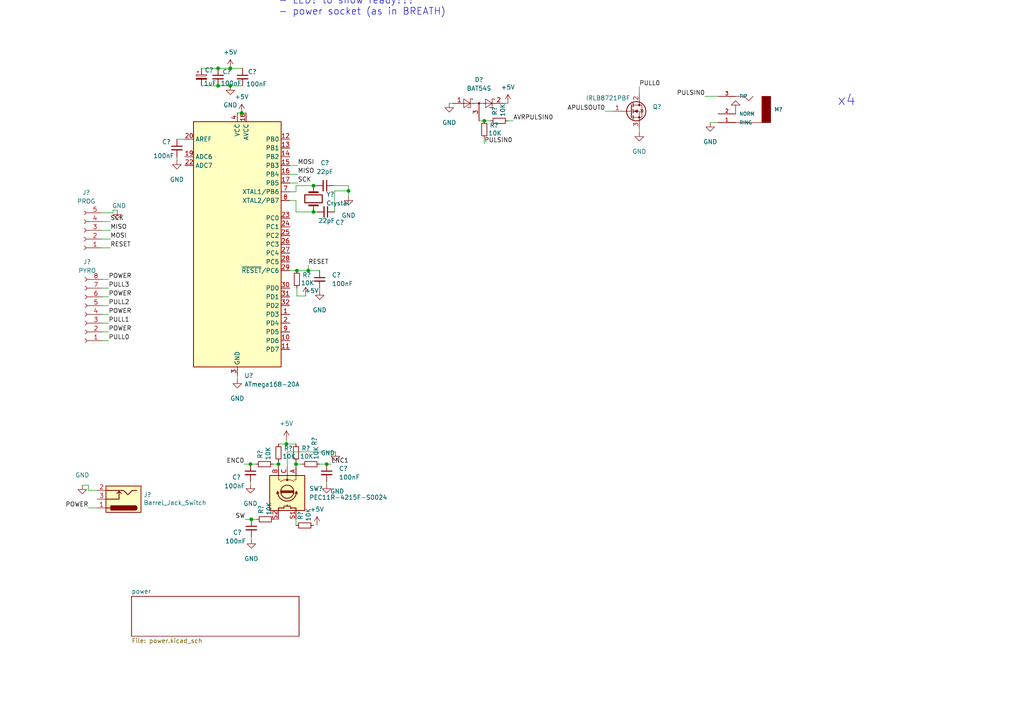
<source format=kicad_sch>
(kicad_sch (version 20211123) (generator eeschema)
  (paper "A4")
  (lib_symbols
    (symbol "Connector:Conn_01x05_Female" (pin_names (offset 1.016) hide)
      (property "Reference" "J" (at 0 7.62 0))
      (property "Value" "Conn_01x05_Female" (at 0 -7.62 0))
      (symbol "Conn_01x05_Female_1_1"
        (arc (start 0 -4.572) (mid -0.508 -5.08) (end 0 -5.588) (stroke (width 0.1524)))
        (arc (start 0 -2.032) (mid -0.508 -2.54) (end 0 -3.048) (stroke (width 0.1524)))
        (polyline (pts (xy -1.27 -5.08) (xy -0.508 -5.08)) (stroke (width 0.1524)))
        (polyline (pts (xy -1.27 -2.54) (xy -0.508 -2.54)) (stroke (width 0.1524)))
        (polyline (pts (xy -1.27 0) (xy -0.508 0)) (stroke (width 0.1524)))
        (polyline (pts (xy -1.27 2.54) (xy -0.508 2.54)) (stroke (width 0.1524)))
        (polyline (pts (xy -1.27 5.08) (xy -0.508 5.08)) (stroke (width 0.1524)))
        (arc (start 0 0.508) (mid -0.508 0) (end 0 -0.508) (stroke (width 0.1524)))
        (arc (start 0 3.048) (mid -0.508 2.54) (end 0 2.032) (stroke (width 0.1524)))
        (arc (start 0 5.588) (mid -0.508 5.08) (end 0 4.572) (stroke (width 0.1524)))
        (pin passive line (at -5.08 5.08 0) (length 3.81) (name "Pin_1") (number "1"))
        (pin passive line (at -5.08 2.54 0) (length 3.81) (name "Pin_2") (number "2"))
        (pin passive line (at -5.08 0 0) (length 3.81) (name "Pin_3") (number "3"))
        (pin passive line (at -5.08 -2.54 0) (length 3.81) (name "Pin_4") (number "4"))
        (pin passive line (at -5.08 -5.08 0) (length 3.81) (name "Pin_5") (number "5"))
      )
    )
    (symbol "Connector:Conn_01x08_Female" (pin_names (offset 1.016) hide)
      (property "Reference" "J" (at 0 10.16 0))
      (property "Value" "Conn_01x08_Female" (at 0 -12.7 0))
      (symbol "Conn_01x08_Female_1_1"
        (arc (start 0 -9.652) (mid -0.508 -10.16) (end 0 -10.668) (stroke (width 0.1524)))
        (arc (start 0 -7.112) (mid -0.508 -7.62) (end 0 -8.128) (stroke (width 0.1524)))
        (arc (start 0 -4.572) (mid -0.508 -5.08) (end 0 -5.588) (stroke (width 0.1524)))
        (arc (start 0 -2.032) (mid -0.508 -2.54) (end 0 -3.048) (stroke (width 0.1524)))
        (polyline (pts (xy -1.27 -10.16) (xy -0.508 -10.16)) (stroke (width 0.1524)))
        (polyline (pts (xy -1.27 -7.62) (xy -0.508 -7.62)) (stroke (width 0.1524)))
        (polyline (pts (xy -1.27 -5.08) (xy -0.508 -5.08)) (stroke (width 0.1524)))
        (polyline (pts (xy -1.27 -2.54) (xy -0.508 -2.54)) (stroke (width 0.1524)))
        (polyline (pts (xy -1.27 0) (xy -0.508 0)) (stroke (width 0.1524)))
        (polyline (pts (xy -1.27 2.54) (xy -0.508 2.54)) (stroke (width 0.1524)))
        (polyline (pts (xy -1.27 5.08) (xy -0.508 5.08)) (stroke (width 0.1524)))
        (polyline (pts (xy -1.27 7.62) (xy -0.508 7.62)) (stroke (width 0.1524)))
        (arc (start 0 0.508) (mid -0.508 0) (end 0 -0.508) (stroke (width 0.1524)))
        (arc (start 0 3.048) (mid -0.508 2.54) (end 0 2.032) (stroke (width 0.1524)))
        (arc (start 0 5.588) (mid -0.508 5.08) (end 0 4.572) (stroke (width 0.1524)))
        (arc (start 0 8.128) (mid -0.508 7.62) (end 0 7.112) (stroke (width 0.1524)))
        (pin passive line (at -5.08 7.62 0) (length 3.81) (name "Pin_1") (number "1"))
        (pin passive line (at -5.08 5.08 0) (length 3.81) (name "Pin_2") (number "2"))
        (pin passive line (at -5.08 2.54 0) (length 3.81) (name "Pin_3") (number "3"))
        (pin passive line (at -5.08 0 0) (length 3.81) (name "Pin_4") (number "4"))
        (pin passive line (at -5.08 -2.54 0) (length 3.81) (name "Pin_5") (number "5"))
        (pin passive line (at -5.08 -5.08 0) (length 3.81) (name "Pin_6") (number "6"))
        (pin passive line (at -5.08 -7.62 0) (length 3.81) (name "Pin_7") (number "7"))
        (pin passive line (at -5.08 -10.16 0) (length 3.81) (name "Pin_8") (number "8"))
      )
    )
    (symbol "Device:C_Polarized_Small" (pin_numbers hide) (pin_names (offset 0.254) hide)
      (property "Reference" "C" (at 0.254 1.778 0))
      (property "Value" "C_Polarized_Small" (at 0.254 -2.032 0))
      (symbol "C_Polarized_Small_0_1"
        (rectangle (start -1.524 -0.3048) (end 1.524 -0.6858) (fill (type outline)))
        (rectangle (start -1.524 0.6858) (end 1.524 0.3048))
        (polyline (pts (xy -1.27 1.524) (xy -0.762 1.524)))
        (polyline (pts (xy -1.016 1.27) (xy -1.016 1.778)))
      )
      (symbol "C_Polarized_Small_1_1"
        (pin passive line (at 0 2.54 270) (length 1.8542) (name "~") (number "1"))
        (pin passive line (at 0 -2.54 90) (length 1.8542) (name "~") (number "2"))
      )
    )
    (symbol "Device:C_Small" (pin_numbers hide) (pin_names (offset 0.254) hide)
      (property "Reference" "C" (at 0.254 1.778 0))
      (property "Value" "C_Small" (at 0.254 -2.032 0))
      (symbol "C_Small_0_1"
        (polyline (pts (xy -1.524 -0.508) (xy 1.524 -0.508)) (stroke (width 0.3302)))
        (polyline (pts (xy -1.524 0.508) (xy 1.524 0.508)) (stroke (width 0.3048)))
      )
      (symbol "C_Small_1_1"
        (pin passive line (at 0 2.54 270) (length 2.032) (name "~") (number "1"))
        (pin passive line (at 0 -2.54 90) (length 2.032) (name "~") (number "2"))
      )
    )
    (symbol "Device:Crystal" (pin_numbers hide) (pin_names (offset 1.016) hide)
      (property "Reference" "Y" (at 0 3.81 0))
      (property "Value" "Crystal" (at 0 -3.81 0))
      (symbol "Crystal_0_1"
        (rectangle (start -1.143 2.54) (end 1.143 -2.54) (stroke (width 0.3048)))
        (polyline (pts (xy -2.54 0) (xy -1.905 0)))
        (polyline (pts (xy -1.905 -1.27) (xy -1.905 1.27)) (stroke (width 0.508)))
        (polyline (pts (xy 1.905 -1.27) (xy 1.905 1.27)) (stroke (width 0.508)))
        (polyline (pts (xy 2.54 0) (xy 1.905 0)))
      )
      (symbol "Crystal_1_1"
        (pin passive line (at -3.81 0 0) (length 1.27) (name "1") (number "1"))
        (pin passive line (at 3.81 0 180) (length 1.27) (name "2") (number "2"))
      )
    )
    (symbol "Device:R_Small" (pin_numbers hide) (pin_names (offset 0.254) hide)
      (property "Reference" "R" (at 0.762 0.508 0))
      (property "Value" "R_Small" (at 0.762 -1.016 0))
      (symbol "R_Small_0_1"
        (rectangle (start -0.762 1.778) (end 0.762 -1.778) (stroke (width 0.2032)))
      )
      (symbol "R_Small_1_1"
        (pin passive line (at 0 2.54 270) (length 0.762) (name "~") (number "1"))
        (pin passive line (at 0 -2.54 90) (length 0.762) (name "~") (number "2"))
      )
    )
    (symbol "Device:RotaryEncoder_Switch" (pin_names (offset 0.254) hide)
      (property "Reference" "SW" (at 0 6.604 0))
      (property "Value" "RotaryEncoder_Switch" (at 0 -6.604 0))
      (symbol "RotaryEncoder_Switch_0_1"
        (rectangle (start -5.08 5.08) (end 5.08 -5.08) (stroke (width 0.254)) (fill (type background)))
        (circle (center -3.81 0) (radius 0.254) (fill (type outline)))
        (arc (start -0.381 -2.794) (mid 2.3622 -0.0508) (end -0.381 2.667) (stroke (width 0.254)))
        (circle (center -0.381 0) (radius 1.905) (stroke (width 0.254)))
        (polyline (pts (xy -0.635 -1.778) (xy -0.635 1.778)) (stroke (width 0.254)))
        (polyline (pts (xy -0.381 -1.778) (xy -0.381 1.778)) (stroke (width 0.254)))
        (polyline (pts (xy -0.127 1.778) (xy -0.127 -1.778)) (stroke (width 0.254)))
        (polyline (pts (xy 3.81 0) (xy 3.429 0)) (stroke (width 0.254)))
        (polyline (pts (xy 3.81 1.016) (xy 3.81 -1.016)) (stroke (width 0.254)))
        (polyline (pts (xy -5.08 -2.54) (xy -3.81 -2.54) (xy -3.81 -2.032)))
        (polyline (pts (xy -5.08 2.54) (xy -3.81 2.54) (xy -3.81 2.032)))
        (polyline (pts (xy 0.254 -3.048) (xy -0.508 -2.794) (xy 0.127 -2.413)) (stroke (width 0.254)))
        (polyline (pts (xy 0.254 2.921) (xy -0.508 2.667) (xy 0.127 2.286)) (stroke (width 0.254)))
        (polyline (pts (xy 5.08 -2.54) (xy 4.318 -2.54) (xy 4.318 -1.016)) (stroke (width 0.254)))
        (polyline (pts (xy 5.08 2.54) (xy 4.318 2.54) (xy 4.318 1.016)) (stroke (width 0.254)))
        (polyline (pts (xy -5.08 0) (xy -3.81 0) (xy -3.81 -1.016) (xy -3.302 -2.032)))
        (polyline (pts (xy -4.318 0) (xy -3.81 0) (xy -3.81 1.016) (xy -3.302 2.032)))
        (circle (center 4.318 -1.016) (radius 0.127) (stroke (width 0.254)))
        (circle (center 4.318 1.016) (radius 0.127) (stroke (width 0.254)))
      )
      (symbol "RotaryEncoder_Switch_1_1"
        (pin passive line (at -7.62 2.54 0) (length 2.54) (name "A") (number "A"))
        (pin passive line (at -7.62 -2.54 0) (length 2.54) (name "B") (number "B"))
        (pin passive line (at -7.62 0 0) (length 2.54) (name "C") (number "C"))
        (pin passive line (at 7.62 2.54 180) (length 2.54) (name "S1") (number "S1"))
        (pin passive line (at 7.62 -2.54 180) (length 2.54) (name "S2") (number "S2"))
      )
    )
    (symbol "Diode:BAT54S" (pin_names (offset 1.016))
      (property "Reference" "D" (at 0.635 -3.81 0))
      (property "Value" "BAT54S" (at -6.35 3.175 0))
      (symbol "BAT54S_0_1"
        (polyline (pts (xy -3.81 0) (xy -1.27 0)))
        (polyline (pts (xy -3.175 -1.27) (xy -3.175 -1.016)))
        (polyline (pts (xy -2.54 -1.27) (xy -3.175 -1.27)))
        (polyline (pts (xy -2.54 -1.27) (xy -2.54 1.27)))
        (polyline (pts (xy -2.54 1.27) (xy -1.905 1.27)))
        (polyline (pts (xy -1.905 0) (xy 1.905 0)))
        (polyline (pts (xy -1.905 1.27) (xy -1.905 1.016)))
        (polyline (pts (xy 1.27 0) (xy 3.81 0)))
        (polyline (pts (xy 3.175 -1.27) (xy 3.175 -1.016)))
        (polyline (pts (xy 3.81 -1.27) (xy 3.175 -1.27)))
        (polyline (pts (xy 3.81 -1.27) (xy 3.81 1.27)))
        (polyline (pts (xy 3.81 1.27) (xy 4.445 1.27)))
        (polyline (pts (xy 4.445 1.27) (xy 4.445 1.016)))
        (polyline (pts (xy -4.445 1.27) (xy -4.445 -1.27) (xy -2.54 0) (xy -4.445 1.27)))
        (polyline (pts (xy 1.905 1.27) (xy 1.905 -1.27) (xy 3.81 0) (xy 1.905 1.27)))
        (circle (center 0 0) (radius 0.254) (fill (type outline)))
      )
      (symbol "BAT54S_1_1"
        (pin passive line (at -7.62 0 0) (length 3.81) (name "~") (number "1"))
        (pin passive line (at 7.62 0 180) (length 3.81) (name "~") (number "2"))
        (pin passive line (at 0 -5.08 90) (length 5.08) (name "~") (number "3"))
      )
    )
    (symbol "MCU_Microchip_ATmega:ATmega168-20A"
      (property "Reference" "U" (at -12.7 36.83 0))
      (property "Value" "ATmega168-20A" (at 2.54 -36.83 0))
      (symbol "ATmega168-20A_0_1"
        (rectangle (start -12.7 -35.56) (end 12.7 35.56) (stroke (width 0.254)) (fill (type background)))
      )
      (symbol "ATmega168-20A_1_1"
        (pin bidirectional line (at 15.24 -20.32 180) (length 2.54) (name "PD3") (number "1"))
        (pin bidirectional line (at 15.24 -27.94 180) (length 2.54) (name "PD6") (number "10"))
        (pin bidirectional line (at 15.24 -30.48 180) (length 2.54) (name "PD7") (number "11"))
        (pin bidirectional line (at 15.24 30.48 180) (length 2.54) (name "PB0") (number "12"))
        (pin bidirectional line (at 15.24 27.94 180) (length 2.54) (name "PB1") (number "13"))
        (pin bidirectional line (at 15.24 25.4 180) (length 2.54) (name "PB2") (number "14"))
        (pin bidirectional line (at 15.24 22.86 180) (length 2.54) (name "PB3") (number "15"))
        (pin bidirectional line (at 15.24 20.32 180) (length 2.54) (name "PB4") (number "16"))
        (pin bidirectional line (at 15.24 17.78 180) (length 2.54) (name "PB5") (number "17"))
        (pin power_in line (at 2.54 38.1 270) (length 2.54) (name "AVCC") (number "18"))
        (pin input line (at -15.24 25.4 0) (length 2.54) (name "ADC6") (number "19"))
        (pin bidirectional line (at 15.24 -22.86 180) (length 2.54) (name "PD4") (number "2"))
        (pin passive line (at -15.24 30.48 0) (length 2.54) (name "AREF") (number "20"))
        (pin passive line (at 0 -38.1 90) (length 2.54) hide (name "GND") (number "21"))
        (pin input line (at -15.24 22.86 0) (length 2.54) (name "ADC7") (number "22"))
        (pin bidirectional line (at 15.24 7.62 180) (length 2.54) (name "PC0") (number "23"))
        (pin bidirectional line (at 15.24 5.08 180) (length 2.54) (name "PC1") (number "24"))
        (pin bidirectional line (at 15.24 2.54 180) (length 2.54) (name "PC2") (number "25"))
        (pin bidirectional line (at 15.24 0 180) (length 2.54) (name "PC3") (number "26"))
        (pin bidirectional line (at 15.24 -2.54 180) (length 2.54) (name "PC4") (number "27"))
        (pin bidirectional line (at 15.24 -5.08 180) (length 2.54) (name "PC5") (number "28"))
        (pin bidirectional line (at 15.24 -7.62 180) (length 2.54) (name "~{RESET}/PC6") (number "29"))
        (pin power_in line (at 0 -38.1 90) (length 2.54) (name "GND") (number "3"))
        (pin bidirectional line (at 15.24 -12.7 180) (length 2.54) (name "PD0") (number "30"))
        (pin bidirectional line (at 15.24 -15.24 180) (length 2.54) (name "PD1") (number "31"))
        (pin bidirectional line (at 15.24 -17.78 180) (length 2.54) (name "PD2") (number "32"))
        (pin power_in line (at 0 38.1 270) (length 2.54) (name "VCC") (number "4"))
        (pin passive line (at 0 -38.1 90) (length 2.54) hide (name "GND") (number "5"))
        (pin passive line (at 0 38.1 270) (length 2.54) hide (name "VCC") (number "6"))
        (pin bidirectional line (at 15.24 15.24 180) (length 2.54) (name "XTAL1/PB6") (number "7"))
        (pin bidirectional line (at 15.24 12.7 180) (length 2.54) (name "XTAL2/PB7") (number "8"))
        (pin bidirectional line (at 15.24 -25.4 180) (length 2.54) (name "PD5") (number "9"))
      )
    )
    (symbol "Transistor_FET:IRLB8721PBF" (pin_names hide)
      (property "Reference" "Q" (at 6.35 1.905 0))
      (property "Value" "IRLB8721PBF" (at 6.35 0 0))
      (symbol "IRLB8721PBF_0_1"
        (polyline (pts (xy 0.254 0) (xy -2.54 0)))
        (polyline (pts (xy 0.254 1.905) (xy 0.254 -1.905)) (stroke (width 0.254)))
        (polyline (pts (xy 0.762 -1.27) (xy 0.762 -2.286)) (stroke (width 0.254)))
        (polyline (pts (xy 0.762 0.508) (xy 0.762 -0.508)) (stroke (width 0.254)))
        (polyline (pts (xy 0.762 2.286) (xy 0.762 1.27)) (stroke (width 0.254)))
        (polyline (pts (xy 2.54 2.54) (xy 2.54 1.778)))
        (polyline (pts (xy 2.54 -2.54) (xy 2.54 0) (xy 0.762 0)))
        (polyline (pts (xy 0.762 -1.778) (xy 3.302 -1.778) (xy 3.302 1.778) (xy 0.762 1.778)))
        (polyline (pts (xy 1.016 0) (xy 2.032 0.381) (xy 2.032 -0.381) (xy 1.016 0)) (fill (type outline)))
        (polyline (pts (xy 2.794 0.508) (xy 2.921 0.381) (xy 3.683 0.381) (xy 3.81 0.254)))
        (polyline (pts (xy 3.302 0.381) (xy 2.921 -0.254) (xy 3.683 -0.254) (xy 3.302 0.381)))
        (circle (center 1.651 0) (radius 2.794) (stroke (width 0.254)))
        (circle (center 2.54 -1.778) (radius 0.254) (fill (type outline)))
        (circle (center 2.54 1.778) (radius 0.254) (fill (type outline)))
      )
      (symbol "IRLB8721PBF_1_1"
        (pin input line (at -5.08 0 0) (length 2.54) (name "G") (number "1"))
        (pin passive line (at 2.54 5.08 270) (length 2.54) (name "D") (number "2"))
        (pin passive line (at 2.54 -5.08 90) (length 2.54) (name "S") (number "3"))
      )
    )
    (symbol "breath-rescue:Barrel_Jack_Switch-Connector" (pin_names hide)
      (property "Reference" "J" (at 0 5.334 0))
      (property "Value" "Barrel_Jack_Switch-Connector" (at 0 -5.08 0))
      (symbol "Barrel_Jack_Switch-Connector_0_1"
        (rectangle (start -5.08 3.81) (end 5.08 -3.81) (stroke (width 0.254)) (fill (type background)))
        (arc (start -3.302 3.175) (mid -3.937 2.54) (end -3.302 1.905) (stroke (width 0.254)))
        (arc (start -3.302 3.175) (mid -3.937 2.54) (end -3.302 1.905) (stroke (width 0.254)) (fill (type outline)))
        (polyline (pts (xy 1.27 -2.286) (xy 1.905 -1.651)) (stroke (width 0.254)))
        (polyline (pts (xy 5.08 2.54) (xy 3.81 2.54)) (stroke (width 0.254)))
        (polyline (pts (xy 5.08 0) (xy 1.27 0) (xy 1.27 -2.286) (xy 0.635 -1.651)) (stroke (width 0.254)))
        (polyline (pts (xy -3.81 -2.54) (xy -2.54 -2.54) (xy -1.27 -1.27) (xy 0 -2.54) (xy 2.54 -2.54) (xy 5.08 -2.54)) (stroke (width 0.254)))
        (rectangle (start 3.683 3.175) (end -3.302 1.905) (stroke (width 0.254)) (fill (type outline)))
      )
      (symbol "Barrel_Jack_Switch-Connector_1_1"
        (pin passive line (at 7.62 2.54 180) (length 2.54) (name "~") (number "1"))
        (pin passive line (at 7.62 -2.54 180) (length 2.54) (name "~") (number "2"))
        (pin passive line (at 7.62 0 180) (length 2.54) (name "~") (number "3"))
      )
    )
    (symbol "breath-rescue:GND-power" (power) (pin_names (offset 0))
      (property "Value" "GND-power" (at 0 -3.81 0))
      (symbol "GND-power_0_1"
        (polyline (pts (xy 0 0) (xy 0 -1.27) (xy 1.27 -1.27) (xy 0 -2.54) (xy -1.27 -1.27) (xy 0 -1.27)))
      )
      (symbol "GND-power_1_1"
        (pin power_in line (at 0 0 270) (length 0) hide (name "GND") (number "1"))
      )
    )
    (symbol "power:+5V" (power) (pin_names (offset 0))
      (property "Value" "+5V" (at 0 3.556 0))
      (symbol "+5V_0_1"
        (polyline (pts (xy -0.762 1.27) (xy 0 2.54)))
        (polyline (pts (xy 0 0) (xy 0 2.54)))
        (polyline (pts (xy 0 2.54) (xy 0.762 1.27)))
      )
      (symbol "+5V_1_1"
        (pin power_in line (at 0 0 90) (length 0) hide (name "+5V") (number "1"))
      )
    )
    (symbol "power:GND" (power) (pin_names (offset 0))
      (property "Value" "GND" (at 0 -3.81 0))
      (symbol "GND_0_1"
        (polyline (pts (xy 0 0) (xy 0 -1.27) (xy 1.27 -1.27) (xy 0 -2.54) (xy -1.27 -1.27) (xy 0 -1.27)))
      )
      (symbol "GND_1_1"
        (pin power_in line (at 0 0 270) (length 0) hide (name "GND") (number "1"))
      )
    )
    (symbol "toad2-rescue:AUDIO-JACKERTHENVAR-PJ398-allcolours-rescue" (pin_names (offset 1.016))
      (property "Reference" "M?" (at -1.27 4.572 0))
      (symbol "AUDIO-JACKERTHENVAR-PJ398-allcolours-rescue_1_0"
        (polyline (pts (xy -5.08 2.54) (xy 5.08 2.54)))
        (polyline (pts (xy -2.54 -5.08) (xy -1.27 -3.81)))
        (polyline (pts (xy -1.27 -3.81) (xy 0 -5.08)))
        (polyline (pts (xy 0 -5.08) (xy 5.08 -5.08)))
        (polyline (pts (xy 1.27 -2.54) (xy 2.54 -2.54)))
        (polyline (pts (xy 2.54 -3.81) (xy 1.27 -2.54)))
        (polyline (pts (xy 2.54 -2.54) (xy 2.54 0)))
        (polyline (pts (xy 2.54 -2.54) (xy 3.81 -2.54)))
        (polyline (pts (xy 3.81 -2.54) (xy 2.54 -3.81)))
        (polyline (pts (xy 5.08 0) (xy 2.54 0)))
      )
      (symbol "AUDIO-JACKERTHENVAR-PJ398-allcolours-rescue_1_1"
        (rectangle (start -7.62 -5.08) (end -5.08 2.54) (fill (type outline)))
        (pin bidirectional line (at 7.62 2.54 180) (length 5.08) (name "RING") (number "1"))
        (pin bidirectional line (at 7.62 0 180) (length 5.08) (name "NORM") (number "2"))
        (pin bidirectional line (at 7.62 -5.08 180) (length 5.08) (name "TIP") (number "3"))
      )
    )
  )
  (junction (at 72.644 134.62))
  (junction (at 80.772 134.62))
  (junction (at 66.802 19.812))
  (junction (at 70.104 32.766))
  (junction (at 101.092 55.372))
  (junction (at 63.246 19.812))
  (junction (at 83.058 128.778))
  (junction (at 90.932 53.848))
  (junction (at 63.246 24.892))
  (junction (at 66.802 24.892))
  (junction (at 89.408 78.486))
  (junction (at 86.106 78.486))
  (junction (at 94.742 134.62))
  (junction (at 90.932 61.468))
  (junction (at 72.898 150.622))
  (junction (at 85.852 134.62))
  (junction (at 140.462 35.052))
  (wire (pts (xy 70.104 32.766) (xy 71.374 32.766)))
  (wire (pts (xy 29.718 91.186) (xy 31.496 91.186)))
  (wire (pts (xy 85.852 58.166) (xy 85.852 61.468)))
  (wire (pts (xy 66.802 24.892) (xy 70.358 24.892)))
  (wire (pts (xy 51.308 40.386) (xy 53.594 40.386)))
  (wire (pts (xy 86.106 78.486) (xy 89.408 78.486)))
  (wire (pts (xy 90.932 53.848) (xy 85.852 53.848)))
  (wire (pts (xy 86.106 85.852) (xy 88.646 85.852)))
  (wire (pts (xy 80.772 134.62) (xy 80.772 135.382)))
  (wire (pts (xy 51.308 45.466) (xy 51.308 46.482)))
  (wire (pts (xy 68.834 32.766) (xy 70.104 32.766)))
  (wire (pts (xy 58.42 19.812) (xy 63.246 19.812)))
  (wire (pts (xy 79.248 134.62) (xy 80.772 134.62)))
  (wire (pts (xy 92.71 134.62) (xy 94.742 134.62)))
  (wire (pts (xy 96.774 53.848) (xy 101.092 53.848)))
  (wire (pts (xy 92.71 83.566) (xy 92.71 84.328)))
  (wire (pts (xy 25.654 142.24) (xy 28.194 142.24)))
  (wire (pts (xy 70.866 134.62) (xy 72.644 134.62)))
  (wire (pts (xy 29.718 93.726) (xy 31.496 93.726)))
  (wire (pts (xy 85.852 53.848) (xy 85.852 55.626)))
  (wire (pts (xy 101.092 53.848) (xy 101.092 55.372)))
  (wire (pts (xy 90.932 53.848) (xy 91.694 53.848)))
  (wire (pts (xy 89.408 76.962) (xy 89.408 78.486)))
  (wire (pts (xy 29.718 98.806) (xy 31.496 98.806)))
  (wire (pts (xy 25.654 140.716) (xy 25.654 142.24)))
  (wire (pts (xy 84.074 58.166) (xy 85.852 58.166)))
  (wire (pts (xy 83.058 127.508) (xy 83.058 128.778)))
  (wire (pts (xy 72.644 139.7) (xy 72.644 140.462)))
  (wire (pts (xy 80.772 133.858) (xy 80.772 134.62)))
  (wire (pts (xy 85.852 55.626) (xy 84.074 55.626)))
  (wire (pts (xy 94.742 134.62) (xy 96.012 134.62)))
  (wire (pts (xy 101.092 55.372) (xy 101.092 56.896)))
  (wire (pts (xy 80.772 128.778) (xy 83.058 128.778)))
  (wire (pts (xy 97.028 55.372) (xy 101.092 55.372)))
  (wire (pts (xy 63.246 24.892) (xy 66.802 24.892)))
  (wire (pts (xy 29.718 88.646) (xy 31.496 88.646)))
  (wire (pts (xy 68.834 108.966) (xy 68.834 109.982)))
  (wire (pts (xy 85.852 134.62) (xy 85.852 135.382)))
  (wire (pts (xy 85.852 133.858) (xy 85.852 134.62)))
  (wire (pts (xy 89.408 78.486) (xy 92.71 78.486)))
  (wire (pts (xy 138.938 35.052) (xy 140.462 35.052)))
  (wire (pts (xy 85.852 134.62) (xy 87.63 134.62)))
  (wire (pts (xy 63.246 19.812) (xy 66.802 19.812)))
  (wire (pts (xy 94.742 139.7) (xy 94.742 140.462)))
  (wire (pts (xy 29.464 64.262) (xy 32.004 64.262)))
  (wire (pts (xy 72.898 150.622) (xy 74.422 150.622)))
  (wire (pts (xy 29.464 69.342) (xy 32.004 69.342)))
  (wire (pts (xy 97.028 61.468) (xy 97.028 55.372)))
  (wire (pts (xy 32.766 60.96) (xy 34.036 60.96)))
  (wire (pts (xy 84.074 48.006) (xy 86.36 48.006)))
  (wire (pts (xy 84.074 53.086) (xy 86.36 53.086)))
  (wire (pts (xy 25.654 147.32) (xy 28.194 147.32)))
  (wire (pts (xy 29.464 61.722) (xy 32.766 61.722)))
  (wire (pts (xy 66.802 19.812) (xy 70.358 19.812)))
  (wire (pts (xy 79.502 150.622) (xy 80.772 150.622)))
  (wire (pts (xy 185.42 37.338) (xy 185.42 38.354)))
  (wire (pts (xy 29.718 86.106) (xy 31.496 86.106)))
  (wire (pts (xy 205.994 35.56) (xy 208.28 35.56)))
  (wire (pts (xy 84.074 50.546) (xy 86.36 50.546)))
  (wire (pts (xy 84.074 78.486) (xy 86.106 78.486)))
  (wire (pts (xy 147.32 35.052) (xy 148.844 35.052)))
  (wire (pts (xy 185.42 25.146) (xy 185.42 27.178)))
  (wire (pts (xy 83.312 131.064) (xy 97.282 131.064)))
  (wire (pts (xy 29.464 66.802) (xy 32.004 66.802)))
  (wire (pts (xy 58.42 24.892) (xy 63.246 24.892)))
  (wire (pts (xy 29.464 71.882) (xy 32.004 71.882)))
  (wire (pts (xy 85.852 150.622) (xy 85.852 152.4)))
  (wire (pts (xy 23.876 140.716) (xy 25.654 140.716)))
  (wire (pts (xy 90.932 61.468) (xy 91.948 61.468)))
  (wire (pts (xy 29.718 81.026) (xy 31.496 81.026)))
  (wire (pts (xy 140.462 35.052) (xy 142.24 35.052)))
  (wire (pts (xy 85.852 61.468) (xy 90.932 61.468)))
  (wire (pts (xy 72.644 134.62) (xy 74.168 134.62)))
  (wire (pts (xy 83.058 128.778) (xy 85.852 128.778)))
  (wire (pts (xy 140.462 40.132) (xy 140.462 41.656)))
  (wire (pts (xy 204.47 27.94) (xy 208.28 27.94)))
  (wire (pts (xy 32.766 61.722) (xy 32.766 60.96)))
  (wire (pts (xy 71.12 150.622) (xy 72.898 150.622)))
  (wire (pts (xy 72.898 155.702) (xy 72.898 156.464)))
  (wire (pts (xy 175.514 32.258) (xy 177.8 32.258)))
  (wire (pts (xy 29.718 96.266) (xy 31.496 96.266)))
  (wire (pts (xy 130.302 29.972) (xy 131.318 29.972)))
  (wire (pts (xy 86.106 83.566) (xy 86.106 85.852)))
  (wire (pts (xy 83.312 135.382) (xy 83.312 131.064)))
  (wire (pts (xy 29.718 83.566) (xy 31.496 83.566)))
  (wire (pts (xy 146.558 29.972) (xy 147.32 29.972)))
  (text "x4" (at 242.824 30.988 0) (effects (font (size 3 3)) (justify left bottom)))
  (text "- 10k pulldown on gates of FET\n- switch on encoder as arming?\n- LED? to show ready???\n- power socket (as in BREATH)" (at 80.772 4.6228 0) (effects (font (size 2 2)) (justify left bottom)))
  (label "APULSOUT0" (at 175.514 32.258 180))
  (label "POWER" (at 31.496 91.186 0))
  (label "MISO" (at 32.004 66.802 0))
  (label "SCK" (at 86.36 53.086 0))
  (label "POWER" (at 31.496 96.266 0))
  (label "RESET" (at 89.408 76.962 0))
  (label "POWER" (at 31.496 86.106 0))
  (label "PULL2" (at 31.496 88.646 0))
  (label "RESET" (at 32.004 71.882 0))
  (label "ENC0" (at 70.866 134.62 180))
  (label "ENC1" (at 96.012 134.62 0))
  (label "PULSIN0" (at 140.462 41.656 0))
  (label "SW" (at 71.12 150.622 180))
  (label "POWER" (at 31.496 81.026 0))
  (label "PULL3" (at 31.496 83.566 0))
  (label "SCK" (at 32.004 64.262 0))
  (label "POWER" (at 25.654 147.32 180))
  (label "MOSI" (at 32.004 69.342 0))
  (label "MISO" (at 86.36 50.546 0))
  (label "MOSI" (at 86.36 48.006 0))
  (label "PULL0" (at 185.42 25.146 0))
  (label "PULL1" (at 31.496 93.726 0))
  (label "PULSIN0" (at 204.47 27.94 180))
  (label "AVRPULSIN0" (at 148.844 35.052 0))
  (label "PULL0" (at 31.496 98.806 0))
  (symbol (lib_id "Device:R_Small") (at 85.852 131.318 0) (unit 1)
    (property "Reference" "R?" (at 87.4268 130.0479 0) (effects (justify left)))
    (property "Value" "10K" (at 86.995 132.3594 0) (effects (justify left)))
  )
  (symbol (lib_id "power:GND") (at 130.302 29.972 0) (unit 1)
    (property "Reference" "#PWR?" (effects hide))
    (property "Value" "GND" (at 130.302 35.56 0))
  )
  (symbol (lib_id "toad2-rescue:AUDIO-JACKERTHENVAR-PJ398-allcolours-rescue") (at 215.9 33.02 180) (unit 1)
    (property "Reference" "M?" (at 224.536 31.75 0) (effects (font (size 1.143 1.143)) (justify right)))
    (property "Value" "AUDIO-JACKERTHENVAR-PJ398-allcolours-rescue" (effects hide))
    (property "Footprint" "erthenvar_ERTHENVAR-JACK" (effects hide))
  )
  (symbol (lib_id "power:GND") (at 92.71 84.328 0) (unit 1)
    (property "Reference" "#PWR?" (effects hide))
    (property "Value" "GND" (at 92.71 89.916 0))
  )
  (symbol (lib_id "Device:R_Small") (at 140.462 37.592 0) (unit 1)
    (property "Reference" "R?" (at 142.0368 36.3219 0) (effects (justify left)))
    (property "Value" "10K" (at 141.605 38.6334 0) (effects (justify left)))
  )
  (symbol (lib_id "Device:R_Small") (at 86.106 81.026 0) (unit 1)
    (property "Reference" "R?" (at 87.6808 79.7559 0) (effects (justify left)))
    (property "Value" "10K" (at 87.249 82.0674 0) (effects (justify left)))
  )
  (symbol (lib_id "Device:C_Small") (at 92.71 81.026 0) (unit 1)
    (property "Reference" "C?" (at 96.266 79.7622 0) (effects (justify left)))
    (property "Value" "100nF" (at 96.266 82.3022 0) (effects (justify left)))
  )
  (symbol (lib_id "breath-rescue:GND-power") (at 23.876 140.716 0) (unit 1)
    (property "Reference" "#PWR?" (effects hide))
    (property "Value" "GND" (at 23.876 137.795 0))
  )
  (symbol (lib_id "Device:R_Small") (at 90.17 134.62 90) (unit 1)
    (property "Reference" "R?" (at 91.186 129.286 0) (effects (justify left)))
    (property "Value" "10K" (at 91.694 133.35 0) (effects (justify left)))
  )
  (symbol (lib_id "power:GND") (at 72.644 140.462 0) (unit 1)
    (property "Reference" "#PWR?" (effects hide))
    (property "Value" "GND" (at 72.644 146.05 0))
  )
  (symbol (lib_id "Device:C_Small") (at 94.234 53.848 270) (unit 1)
    (property "Reference" "C?" (at 94.2276 47.244 90))
    (property "Value" "22pF" (at 94.2276 49.784 90))
  )
  (symbol (lib_id "power:+5V") (at 70.104 32.766 0) (unit 1)
    (property "Reference" "#PWR?" (effects hide))
    (property "Value" "+5V" (at 70.104 28.0924 0))
  )
  (symbol (lib_id "Device:C_Small") (at 70.358 22.352 0) (unit 1)
    (property "Reference" "C?" (at 71.882 20.828 0) (effects (justify left)))
    (property "Value" "100nF" (at 71.374 24.384 0) (effects (justify left)))
  )
  (symbol (lib_id "MCU_Microchip_ATmega:ATmega168-20A") (at 68.834 70.866 0) (unit 1)
    (property "Reference" "U?" (at 70.8534 108.9406 0) (effects (justify left)))
    (property "Value" "ATmega168-20A" (at 70.8534 111.4806 0) (effects (justify left)))
    (property "Footprint" "Package_QFP:TQFP-32_7x7mm_P0.8mm" (effects hide))
    (property "Datasheet" "http://ww1.microchip.com/downloads/en/DeviceDoc/Atmel-2545-8-bit-AVR-Microcontroller-ATmega48-88-168_Datasheet.pdf" (effects hide))
  )
  (symbol (lib_id "Device:C_Small") (at 94.488 61.468 270) (unit 1)
    (property "Reference" "C?" (at 98.552 64.516 90))
    (property "Value" "22pF" (at 94.742 64.008 90))
  )
  (symbol (lib_id "Device:Crystal") (at 90.932 57.658 90) (unit 1)
    (property "Reference" "Y?" (at 94.615 56.3879 90) (effects (justify right)))
    (property "Value" "Crystal" (at 94.615 58.9279 90) (effects (justify right)))
  )
  (symbol (lib_id "Connector:Conn_01x08_Female") (at 24.638 91.186 180) (unit 1)
    (property "Reference" "J?" (at 25.273 75.946 0))
    (property "Value" "PYRO" (at 25.273 78.486 0))
  )
  (symbol (lib_id "power:GND") (at 94.742 140.462 0) (unit 1)
    (property "Reference" "#PWR?" (effects hide))
    (property "Value" "GND" (at 97.79 142.494 0))
  )
  (symbol (lib_id "Device:RotaryEncoder_Switch") (at 83.312 143.002 270) (unit 1)
    (property "Reference" "SW?" (at 89.662 141.7319 90) (effects (justify left)))
    (property "Value" "PEC11R-4215F-S0024" (at 89.662 144.2719 90) (effects (justify left)))
  )
  (symbol (lib_id "Device:R_Small") (at 144.78 35.052 90) (unit 1)
    (property "Reference" "R?" (at 143.5099 33.4772 0) (effects (justify left)))
    (property "Value" "10K" (at 145.8214 33.909 0) (effects (justify left)))
  )
  (symbol (lib_id "Device:C_Polarized_Small") (at 58.42 22.352 0) (unit 1)
    (property "Reference" "C?" (at 59.3598 20.32 0) (effects (justify left)))
    (property "Value" "1uF" (at 59.1058 24.13 0) (effects (justify left)))
  )
  (symbol (lib_id "Transistor_FET:IRLB8721PBF") (at 182.88 32.258 0) (unit 1)
    (property "Reference" "Q?" (at 189.2554 30.9879 0) (effects (justify left)))
    (property "Value" "IRLB8721PBF" (at 169.926 28.448 0) (effects (justify left)))
    (property "Footprint" "Package_TO_SOT_THT:TO-220-3_Vertical" (effects hide))
    (property "Datasheet" "http://www.infineon.com/dgdl/irlb8721pbf.pdf?fileId=5546d462533600a40153566056732591" (effects hide))
  )
  (symbol (lib_id "Diode:BAT54S") (at 138.938 29.972 0) (unit 1)
    (property "Reference" "D?" (at 138.938 23.114 0))
    (property "Value" "BAT54S" (at 138.938 25.654 0))
    (property "Footprint" "Package_TO_SOT_SMD:SOT-23" (effects hide))
    (property "Datasheet" "https://www.diodes.com/assets/Datasheets/ds11005.pdf" (effects hide))
  )
  (symbol (lib_id "breath-rescue:Barrel_Jack_Switch-Connector") (at 35.814 144.78 180) (unit 1)
    (property "Reference" "J?" (at 41.6306 143.51 0) (effects (justify right)))
    (property "Value" "Barrel_Jack_Switch" (at 41.6306 145.8214 0) (effects (justify right)))
    (property "Footprint" "Pin_Headers:Pin_Header_Straight_1x03_Pitch2.54mm" (effects hide))
  )
  (symbol (lib_id "Device:C_Small") (at 94.742 137.16 0) (unit 1)
    (property "Reference" "C?" (at 98.298 135.8962 0) (effects (justify left)))
    (property "Value" "100nF" (at 98.298 138.4362 0) (effects (justify left)))
  )
  (symbol (lib_id "power:+5V") (at 66.802 19.812 0) (unit 1)
    (property "Reference" "#PWR?" (effects hide))
    (property "Value" "+5V" (at 66.802 15.1384 0))
  )
  (symbol (lib_id "power:+5V") (at 88.646 85.852 0) (unit 1)
    (property "Reference" "#PWR?" (effects hide))
    (property "Value" "+5V" (at 90.424 84.328 0))
  )
  (symbol (lib_id "power:GND") (at 34.036 60.96 0) (unit 1)
    (property "Reference" "#PWR?" (effects hide))
    (property "Value" "GND" (at 34.544 59.69 0))
  )
  (symbol (lib_id "Device:R_Small") (at 76.962 150.622 90) (unit 1)
    (property "Reference" "R?" (at 75.6919 149.0472 0) (effects (justify left)))
    (property "Value" "10K" (at 78.0034 149.479 0) (effects (justify left)))
  )
  (symbol (lib_id "power:GND") (at 205.994 35.56 0) (unit 1)
    (property "Reference" "#PWR?" (effects hide))
    (property "Value" "GND" (at 205.994 41.148 0))
  )
  (symbol (lib_id "power:+5V") (at 83.058 127.508 0) (unit 1)
    (property "Reference" "#PWR?" (effects hide))
    (property "Value" "+5V" (at 83.058 122.8344 0))
  )
  (symbol (lib_id "Connector:Conn_01x05_Female") (at 24.384 66.802 180) (unit 1)
    (property "Reference" "J?" (at 25.019 55.8546 0))
    (property "Value" "PROG" (at 25.019 58.3946 0))
  )
  (symbol (lib_id "Device:C_Small") (at 72.898 153.162 0) (unit 1)
    (property "Reference" "C?" (at 67.564 154.432 0) (effects (justify left)))
    (property "Value" "100nF" (at 65.278 156.972 0) (effects (justify left)))
  )
  (symbol (lib_id "power:GND") (at 72.898 156.464 0) (unit 1)
    (property "Reference" "#PWR?" (effects hide))
    (property "Value" "GND" (at 72.898 162.052 0))
  )
  (symbol (lib_id "power:GND") (at 66.802 24.892 0) (unit 1)
    (property "Reference" "#PWR?" (effects hide))
    (property "Value" "GND" (at 66.802 30.48 0))
  )
  (symbol (lib_id "power:GND") (at 68.834 109.982 0) (unit 1)
    (property "Reference" "#PWR?" (effects hide))
    (property "Value" "GND" (at 68.834 115.57 0))
  )
  (symbol (lib_id "Device:R_Small") (at 80.772 131.318 0) (unit 1)
    (property "Reference" "R?" (at 82.3468 130.0479 0) (effects (justify left)))
    (property "Value" "10K" (at 81.915 132.3594 0) (effects (justify left)))
  )
  (symbol (lib_id "Device:R_Small") (at 76.708 134.62 90) (unit 1)
    (property "Reference" "R?" (at 75.4379 133.0452 0) (effects (justify left)))
    (property "Value" "10K" (at 77.7494 133.477 0) (effects (justify left)))
  )
  (symbol (lib_id "Device:C_Small") (at 63.246 22.352 0) (unit 1)
    (property "Reference" "C?" (at 64.516 20.828 0) (effects (justify left)))
    (property "Value" "100nF" (at 64.008 24.13 0) (effects (justify left)))
  )
  (symbol (lib_id "Device:C_Small") (at 51.308 42.926 0) (unit 1)
    (property "Reference" "C?" (at 46.99 41.148 0) (effects (justify left)))
    (property "Value" "100nF" (at 44.45 45.212 0) (effects (justify left)))
  )
  (symbol (lib_id "power:GND") (at 97.282 131.064 0) (unit 1)
    (property "Reference" "#PWR?" (effects hide))
    (property "Value" "GND" (at 95.0722 131.3688 0))
  )
  (symbol (lib_id "power:GND") (at 51.308 46.482 0) (unit 1)
    (property "Reference" "#PWR?" (effects hide))
    (property "Value" "GND" (at 51.308 52.07 0))
  )
  (symbol (lib_id "Device:C_Small") (at 72.644 137.16 0) (unit 1)
    (property "Reference" "C?" (at 67.31 138.43 0) (effects (justify left)))
    (property "Value" "100nF" (at 65.024 140.97 0) (effects (justify left)))
  )
  (symbol (lib_id "power:+5V") (at 147.32 29.972 0) (unit 1)
    (property "Reference" "#PWR?" (effects hide))
    (property "Value" "+5V" (at 147.32 25.2984 0))
  )
  (symbol (lib_id "power:GND") (at 185.42 38.354 0) (unit 1)
    (property "Reference" "#PWR?" (effects hide))
    (property "Value" "GND" (at 185.42 43.942 0))
  )
  (symbol (lib_id "power:GND") (at 101.092 56.896 0) (unit 1)
    (property "Reference" "#PWR?" (effects hide))
    (property "Value" "GND" (at 101.092 62.484 0))
  )
  (symbol (lib_id "power:+5V") (at 91.948 152.4 0) (unit 1)
    (property "Reference" "#PWR?" (effects hide))
    (property "Value" "+5V" (at 91.948 147.7264 0))
  )
  (symbol (lib_id "Device:R_Small") (at 88.392 152.4 90) (unit 1)
    (property "Reference" "R?" (at 87.1219 150.8252 0) (effects (justify left)))
    (property "Value" "10K" (at 89.4334 151.257 0) (effects (justify left)))
  )
  (sheet (at 38.1508 172.974) (size 48.5902 11.557) (stroke (width 0.1524))
    (property "Sheet name" "power" (at 38.1508 172.2624 0) (effects (justify left bottom)))
    (property "Sheet file" "power.kicad_sch" (at 38.1508 185.1156 0) (effects (justify left top)))
  )
)
</source>
